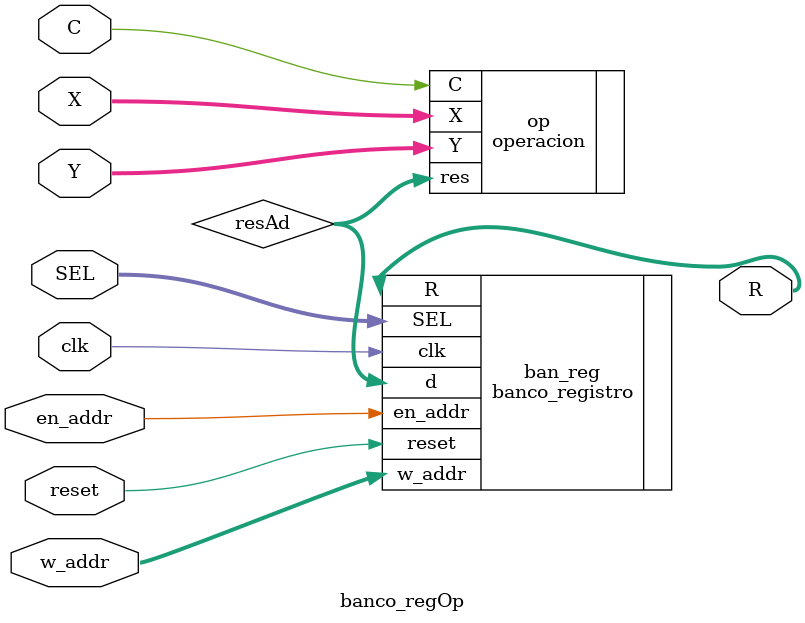
<source format=v>
`timescale 1ns / 1ps


module banco_regOp(
//I/O 

    //Operacion
    input [7:0] X,Y,
    input C,
    ////Direccion
    input [2:0] w_addr,
    input en_addr,
    //Entradas a los registros
    input reset,clk,
    //Salida de multiplexor
    input [2:0] SEL,
    output [15:0] R
    );
    
    wire [15:0] resAd;
    
    operacion op(
        .X(X), .Y(Y),
        .C(C),
        .res(resAd)
    );
    
    
    banco_registro ban_reg(
    
        .w_addr(w_addr),
        .en_addr(en_addr),
    
        .d(resAd),
        .reset(reset), .clk(clk),
    
        .SEL(SEL),
        .R(R)
    );
    
endmodule

</source>
